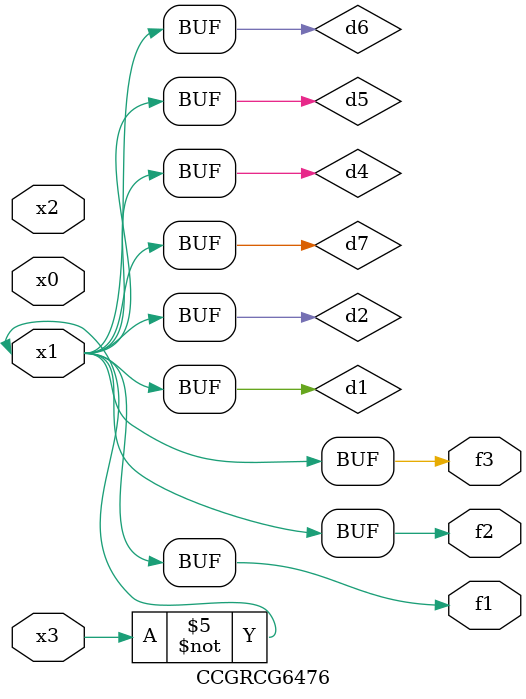
<source format=v>
module CCGRCG6476(
	input x0, x1, x2, x3,
	output f1, f2, f3
);

	wire d1, d2, d3, d4, d5, d6, d7;

	not (d1, x3);
	buf (d2, x1);
	xnor (d3, d1, d2);
	nor (d4, d1);
	buf (d5, d1, d2);
	buf (d6, d4, d5);
	nand (d7, d4);
	assign f1 = d6;
	assign f2 = d7;
	assign f3 = d6;
endmodule

</source>
